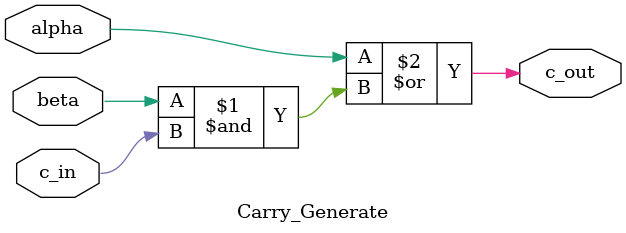
<source format=v>
module Carry_Generate(
	input [0:0] alpha,
	input [0:0] beta,
	input [0:0] c_in,
	output [0:0] c_out
);

assign c_out = alpha | ( beta & c_in );
endmodule
</source>
